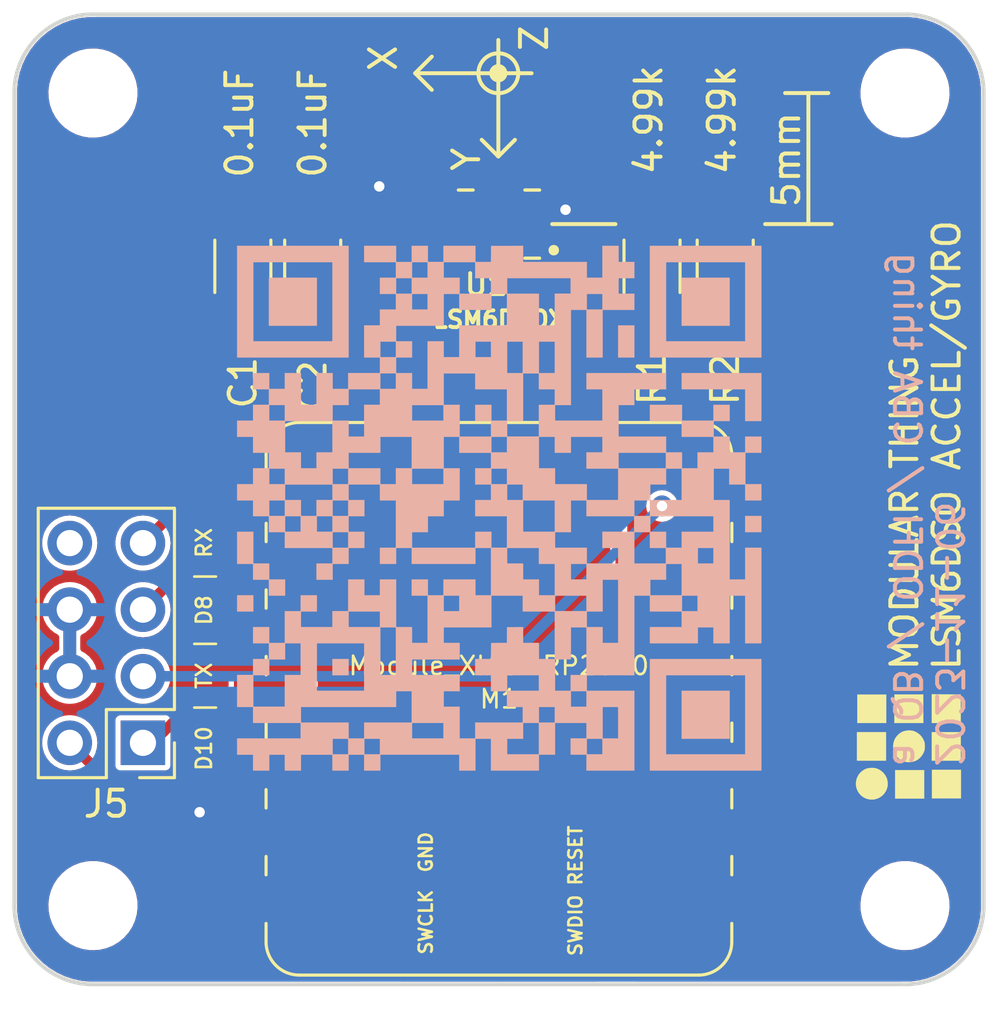
<source format=kicad_pcb>
(kicad_pcb (version 20221018) (generator pcbnew)
  (layers (0 "F.Cu" signal) (31 "B.Cu" signal) (34 "B.Paste" user) (35 "F.Paste" user) (36 "B.SilkS" user "B.Silkscreen") (37 "F.SilkS" user "F.Silkscreen") (38 "B.Mask" user) (39 "F.Mask" user) (44 "Edge.Cuts" user))
  (net 0 "")
  (net 1 "PWR_GND")
  (net 2 "B_P3")
  (net 3 "B_P2")
  (net 11 "PWR_5V")
  (net 12 "PWR_3V3")
  (net 15 "B_TX")
  (net 16 "B_RX")
  (net 18 "CS")
  (net 19 "SDA")
  (net 20 "SCL")
  (footprint "fab:Mounting_NEMA17" (layer "F.Cu") (at 139.7 63.5)
    (fp_text reference "REF**" hide)
    (fp_text value "Mounting_NEMA17" hide)
    (pad "" np_thru_hole circle locked (at -15.5 -15.5) (size 3.2 3.2) (drill 3.2) (layers "F&B.Cu" "*.Mask"))
    (pad "" np_thru_hole circle locked (at -15.5 15.5) (size 3.2 3.2) (drill 3.2) (layers "F&B.Cu" "*.Mask"))
    (pad "" np_thru_hole circle locked (at 15.5 -15.5) (size 3.2 3.2) (drill 3.2) (layers "F&B.Cu" "*.Mask"))
    (pad "" np_thru_hole circle locked (at 15.5 15.5) (size 3.2 3.2) (drill 3.2) (layers "F&B.Cu" "*.Mask"))
  )
  (footprint "fab:SeeedStudio_XIAO_RP2040_SMD" (layer "F.Cu") (at 139.7 71.12 180)
    (fp_text reference "M1" (at 0 0 unlocked) (layer "F.SilkS") (effects (font (size 0.7 0.7) (thickness 0.1))))
    (fp_text value "Module_XIAO-RP2040" (at 0.005 1.27 unlocked) (layer "F.SilkS") (effects (font (size 0.7 0.7) (thickness 0.1))))
    (fp_text user "SWCLK" (at 2.794 -8.509 90 unlocked) (layer "F.SilkS") (effects (font (size 0.5 0.5) (thickness 0.1) bold)))
    (fp_text user "GND" (at 2.794 -5.842 90 unlocked) (layer "F.SilkS") (effects (font (size 0.5 0.5) (thickness 0.1) bold)))
    (fp_text user "SWDIO" (at -2.921 -8.636 90 unlocked) (layer "F.SilkS") (effects (font (size 0.5 0.5) (thickness 0.1) bold)))
    (fp_text user "RESET" (at -2.921 -5.969 90 unlocked) (layer "F.SilkS") (effects (font (size 0.5 0.5) (thickness 0.1) bold)))
    (fp_line (start -8.89 -0.9144) (end -8.89 -1.6156) (stroke (width 0.12)) (layer "F.SilkS"))
    (fp_line (start -8.89 1.6256) (end -8.89 0.9244) (stroke (width 0.12)) (layer "F.SilkS"))
    (fp_line (start -8.89 4.1656) (end -8.89 3.4644) (stroke (width 0.12)) (layer "F.SilkS"))
    (fp_line (start -8.89 6.7056) (end -8.89 6.0044) (stroke (width 0.12)) (layer "F.SilkS"))
    (fp_line (start -8.89 9.281) (end -8.89 8.5798) (stroke (width 0.12)) (layer "F.SilkS"))
    (fp_line (start -8.8875 -8.5598) (end -8.8875 -9.261) (stroke (width 0.12)) (layer "F.SilkS"))
    (fp_line (start -8.8875 -6.7056) (end -8.8875 -6.0044) (stroke (width 0.12)) (layer "F.SilkS"))
    (fp_line (start -8.8875 -3.4544) (end -8.8875 -4.1556) (stroke (width 0.12)) (layer "F.SilkS"))
    (fp_line (start -7.6175 -10.531) (end 7.6225 -10.531) (stroke (width 0.12)) (layer "F.SilkS"))
    (fp_line (start 7.6225 10.551) (end -7.6175 10.551) (stroke (width 0.12)) (layer "F.SilkS"))
    (fp_line (start 8.89 -0.9144) (end 8.89 -1.6156) (stroke (width 0.12)) (layer "F.SilkS"))
    (fp_line (start 8.89 1.6256) (end 8.89 0.9244) (stroke (width 0.12)) (layer "F.SilkS"))
    (fp_line (start 8.89 4.1656) (end 8.89 3.4644) (stroke (width 0.12)) (layer "F.SilkS"))
    (fp_line (start 8.89 6.7056) (end 8.89 6.0044) (stroke (width 0.12)) (layer "F.SilkS"))
    (fp_line (start 8.89 9.281) (end 8.89 8.5798) (stroke (width 0.12)) (layer "F.SilkS"))
    (fp_line (start 8.8925 -8.5598) (end 8.8925 -9.261) (stroke (width 0.12)) (layer "F.SilkS"))
    (fp_line (start 8.8925 -6.7056) (end 8.8925 -6.0044) (stroke (width 0.12)) (layer "F.SilkS"))
    (fp_line (start 8.8925 -3.4544) (end 8.8925 -4.1556) (stroke (width 0.12)) (layer "F.SilkS"))
    (fp_arc (start -8.8875 -9.261) (mid -8.515526 -10.159026) (end -7.6175 -10.531) (stroke (width 0.12)) (layer "F.SilkS"))
    (fp_arc (start -7.6175 10.551) (mid -8.515526 10.179026) (end -8.8875 9.281) (stroke (width 0.12)) (layer "F.SilkS"))
    (fp_arc (start 7.6225 -10.531) (mid 8.520526 -10.159026) (end 8.8925 -9.261) (stroke (width 0.12)) (layer "F.SilkS"))
    (fp_arc (start 8.8925 9.281) (mid 8.520526 10.179026) (end 7.6225 10.551) (stroke (width 0.12)) (layer "F.SilkS"))
    (pad "1" smd rect (at -7.615 -7.62 180) (size 3 1.6) (drill (offset -1 0)) (layers "F.Cu" "F.Paste" "F.Mask"))
    (pad "2" smd rect (at -7.615 -5.08 180) (size 3 1.6) (drill (offset -1 0)) (layers "F.Cu" "F.Paste" "F.Mask"))
    (pad "3" smd rect (at -7.615 -2.54 180) (size 3 1.6) (drill (offset -1 0)) (layers "F.Cu" "F.Paste" "F.Mask"))
    (pad "4" smd rect (at -7.615 0 180) (size 3 1.6) (drill (offset -1 0)) (layers "F.Cu" "F.Paste" "F.Mask") (net 18 "CS"))
    (pad "5" smd rect (at -7.615 2.54 180) (size 3 1.6) (drill (offset -1 0)) (layers "F.Cu" "F.Paste" "F.Mask") (net 19 "SDA"))
    (pad "6" smd rect (at -7.615 5.08 180) (size 3 1.6) (drill (offset -1 0)) (layers "F.Cu" "F.Paste" "F.Mask") (net 20 "SCL"))
    (pad "7" smd rect (at -7.615 7.62 180) (size 3 1.6) (drill (offset -1 0)) (layers "F.Cu" "F.Paste" "F.Mask") (net 15 "B_TX"))
    (pad "8" smd rect (at 7.62 7.62 180) (size 3 1.6) (drill (offset 1 0)) (layers "F.Cu" "F.Paste" "F.Mask") (net 16 "B_RX"))
    (pad "9" smd rect (at 7.62 5.08 180) (size 3 1.6) (drill (offset 1 0)) (layers "F.Cu" "F.Paste" "F.Mask") (net 3 "B_P2"))
    (pad "10" smd rect (at 7.62 2.54 180) (size 3 1.6) (drill (offset 1 0)) (layers "F.Cu" "F.Paste" "F.Mask"))
    (pad "11" smd rect (at 7.62 0 180) (size 3 1.6) (drill (offset 1 0)) (layers "F.Cu" "F.Paste" "F.Mask") (net 2 "B_P3"))
    (pad "12" smd rect (at 7.62 -2.54 180) (size 3 1.6) (drill (offset 1 0)) (layers "F.Cu" "F.Paste" "F.Mask") (net 12 "PWR_3V3"))
    (pad "13" smd rect (at 7.62 -5.08 180) (size 3 1.6) (drill (offset 1 0)) (layers "F.Cu" "F.Paste" "F.Mask") (net 1 "PWR_GND"))
    (pad "14" smd rect (at 7.62 -7.62 180) (size 3 1.6) (drill (offset 1 0)) (layers "F.Cu" "F.Paste" "F.Mask") (net 11 "PWR_5V"))
    (pad "15" smd rect (at 1.275 8.89 90) (size 2.4 1.2) (layers "F.Cu" "F.Paste" "F.Mask"))
    (pad "16" smd rect (at -1.265 8.89 90) (size 2.4 1.2) (layers "F.Cu" "F.Paste" "F.Mask"))
    (pad "17" smd circle (at -1.27 -8.5 180) (size 1.2 1.2) (layers "F.Cu" "F.Paste" "F.Mask"))
    (pad "18" smd circle (at -1.27 -5.96 180) (size 1.2 1.2) (layers "F.Cu" "F.Paste" "F.Mask"))
    (pad "19" smd circle (at 1.27 -5.96 180) (size 1.2 1.2) (layers "F.Cu" "F.Paste" "F.Mask"))
    (pad "20" smd circle (at 1.27 -8.5 180) (size 1.2 1.2) (layers "F.Cu" "F.Paste" "F.Mask"))
    (zone (net 0) (net_name "") (layers "F.Cu" "F.Paste" "F.Mask" "User.1") (name "USB_MECHA") (connect_pads (clearance 0)) (min_thickness 0.25)
      (keepout (tracks not_allowed) (vias not_allowed) (pads not_allowed) (copperpour not_allowed) (footprints not_allowed))
      (fill (thermal_gap 0.5) (thermal_bridge_width 0.5))
      (polygon (pts (xy 135.9 77.62) (xy 134.5 77.62) (xy 134.5 75.42) (xy 135.9 75.42)))
    )
    (zone (net 0) (net_name "") (layers "F.Cu" "F.Paste" "F.Mask" "User.1") (name "USB_MECHA") (connect_pads (clearance 0)) (min_thickness 0.25)
      (keepout (tracks not_allowed) (vias not_allowed) (pads not_allowed) (copperpour not_allowed) (footprints not_allowed))
      (fill (thermal_gap 0.5) (thermal_bridge_width 0.5))
      (polygon (pts (xy 135.9 81.67) (xy 134.5 81.67) (xy 134.5 79.62) (xy 135.9 79.62)))
    )
    (zone (net 0) (net_name "") (layers "F.Cu" "F.Paste" "F.Mask" "User.1") (name "USB_MECHA") (connect_pads (clearance 0)) (min_thickness 0.25)
      (keepout (tracks not_allowed) (vias not_allowed) (pads not_allowed) (copperpour not_allowed) (footprints not_allowed))
      (fill (thermal_gap 0.5) (thermal_bridge_width 0.5))
      (polygon (pts (xy 144.9 77.62) (xy 143.5 77.62) (xy 143.5 75.42) (xy 144.9 75.42)))
    )
    (zone (net 0) (net_name "") (layers "F.Cu" "F.Paste" "F.Mask" "User.1") (name "USB_MECHA") (connect_pads (clearance 0)) (min_thickness 0.25)
      (keepout (tracks not_allowed) (vias not_allowed) (pads not_allowed) (copperpour not_allowed) (footprints not_allowed))
      (fill (thermal_gap 0.5) (thermal_bridge_width 0.5))
      (polygon (pts (xy 144.9 81.67) (xy 143.5 81.67) (xy 143.5 79.62) (xy 144.9 79.62)))
    )
  )
  (footprint "fab:R_1206" (layer "F.Cu") (at 145.542 54.61 -90)
    (fp_text reference "R1" (at 4.318 0 90) (layer "F.SilkS"))
    (fp_text value "4.99k" (at -5.588 0.127 90) (layer "F.SilkS"))
    (fp_line (start -1 -1.07) (end 1 -1.07) (stroke (width 0.12)) (layer "F.SilkS"))
    (fp_line (start 1 1.07) (end -1 1.07) (stroke (width 0.12)) (layer "F.SilkS"))
    (pad "1" smd rect (at -2 0 270) (size 2 1.7) (layers "F.Cu" "F.Paste" "F.Mask") (net 12 "PWR_3V3"))
    (pad "2" smd rect (at 2 0 270) (size 2 1.7) (layers "F.Cu" "F.Paste" "F.Mask") (net 20 "SCL"))
  )
  (footprint "fab:PinHeader_2x04_P2.54mm_Vertical_pinch" (layer "F.Cu") (at 125.98 72.79 180)
    (fp_text reference "J5" (at 1.27 -2.33) (layer "F.SilkS"))
    (fp_text value "Conn_02x04_Odd_Even" hide)
    (fp_line (start -1.33 -1.33) (end 0 -1.33) (stroke (width 0.12)) (layer "F.SilkS"))
    (fp_line (start -1.33 0) (end -1.33 -1.33) (stroke (width 0.12)) (layer "F.SilkS"))
    (fp_line (start -1.33 1.27) (end -1.33 8.95) (stroke (width 0.12)) (layer "F.SilkS"))
    (fp_line (start -1.33 1.27) (end 1.27 1.27) (stroke (width 0.12)) (layer "F.SilkS"))
    (fp_line (start -1.33 8.95) (end 3.87 8.95) (stroke (width 0.12)) (layer "F.SilkS"))
    (fp_line (start 1.27 -1.33) (end 3.87 -1.33) (stroke (width 0.12)) (layer "F.SilkS"))
    (fp_line (start 1.27 1.27) (end 1.27 -1.33) (stroke (width 0.12)) (layer "F.SilkS"))
    (fp_line (start 3.87 -1.33) (end 3.87 8.95) (stroke (width 0.12)) (layer "F.SilkS"))
    (pad "1" thru_hole rect (at -0.127 0 180) (size 1.7 1.7) (drill 1) (layers "*.Cu" "*.Mask") (net 2 "B_P3"))
    (pad "2" thru_hole oval (at 2.667 0 180) (size 1.7 1.7) (drill 1) (layers "*.Cu" "*.Mask") (net 11 "PWR_5V"))
    (pad "3" thru_hole oval (at -0.127 2.54 180) (size 1.7 1.7) (drill 1) (layers "*.Cu" "*.Mask") (net 15 "B_TX"))
    (pad "4" thru_hole oval (at 2.667 2.54 180) (size 1.7 1.7) (drill 1) (layers "*.Cu" "*.Mask") (net 1 "PWR_GND"))
    (pad "5" thru_hole oval (at -0.127 5.08 180) (size 1.7 1.7) (drill 1) (layers "*.Cu" "*.Mask") (net 3 "B_P2"))
    (pad "6" thru_hole oval (at 2.667 5.08 180) (size 1.7 1.7) (drill 1) (layers "*.Cu" "*.Mask") (net 1 "PWR_GND"))
    (pad "7" thru_hole oval (at -0.127 7.62 180) (size 1.7 1.7) (drill 1) (layers "*.Cu" "*.Mask") (net 16 "B_RX"))
    (pad "8" thru_hole oval (at 2.667 7.62 180) (size 1.7 1.7) (drill 1) (layers "*.Cu" "*.Mask"))
  )
  (footprint "fab:C_1206" (layer "F.Cu") (at 132.588 54.61 90)
    (fp_text reference "C2" (at -4.572 0 90) (layer "F.SilkS"))
    (fp_text value "0.1uF" (at 5.461 0 90) (layer "F.SilkS"))
    (fp_line (start -1 -1.07) (end 1 -1.07) (stroke (width 0.12)) (layer "F.SilkS"))
    (fp_line (start 1 1.07) (end -1 1.07) (stroke (width 0.12)) (layer "F.SilkS"))
    (pad "1" smd rect (at -2 0 90) (size 2 1.7) (layers "F.Cu" "F.Paste" "F.Mask") (net 12 "PWR_3V3"))
    (pad "2" smd rect (at 2 0 90) (size 2 1.7) (layers "F.Cu" "F.Paste" "F.Mask") (net 1 "PWR_GND"))
  )
  (footprint "fab:R_1206" (layer "F.Cu") (at 148.336 54.61 -90)
    (fp_text reference "R2" (at 4.318 0 90) (layer "F.SilkS"))
    (fp_text value "4.99k" (at -5.588 0.127 90) (layer "F.SilkS"))
    (fp_line (start -1 -1.07) (end 1 -1.07) (stroke (width 0.12)) (layer "F.SilkS"))
    (fp_line (start 1 1.07) (end -1 1.07) (stroke (width 0.12)) (layer "F.SilkS"))
    (pad "1" smd rect (at -2 0 270) (size 2 1.7) (layers "F.Cu" "F.Paste" "F.Mask") (net 12 "PWR_3V3"))
    (pad "2" smd rect (at 2 0 270) (size 2 1.7) (layers "F.Cu" "F.Paste" "F.Mask") (net 19 "SDA"))
  )
  (footprint "fab:C_1206" (layer "F.Cu") (at 129.921 54.61 90)
    (fp_text reference "C1" (at -4.445 0 90) (layer "F.SilkS"))
    (fp_text value "0.1uF" (at 5.461 -0.127 90) (layer "F.SilkS"))
    (fp_line (start -1 -1.07) (end 1 -1.07) (stroke (width 0.12)) (layer "F.SilkS"))
    (fp_line (start 1 1.07) (end -1 1.07) (stroke (width 0.12)) (layer "F.SilkS"))
    (pad "1" smd rect (at -2 0 90) (size 2 1.7) (layers "F.Cu" "F.Paste" "F.Mask") (net 12 "PWR_3V3"))
    (pad "2" smd rect (at 2 0 90) (size 2 1.7) (layers "F.Cu" "F.Paste" "F.Mask") (net 1 "PWR_GND"))
  )
  (footprint "fab:cba_logo" (layer "F.Cu") (at 155.2448 72.7964 90)
    (fp_text reference "Ref**" hide)
    (fp_text value "Val**" hide)
    (fp_poly (pts (xy -1.035539 0.683846) (xy -2.119923 0.683846) (xy -2.119923 -0.420077) (xy -1.035539 -0.420077) (xy -1.035539 0.683846)) (stroke (width 0.01)) (fill solid) (layer "F.SilkS"))
    (fp_poly (pts (xy -1.02577 2.090615) (xy -2.110154 2.090615) (xy -2.110154 0.986692) (xy -1.02577 0.986692) (xy -1.02577 2.090615)) (stroke (width 0.01)) (fill solid) (layer "F.SilkS"))
    (fp_poly (pts (xy 0.410307 -0.77177) (xy -0.674077 -0.77177) (xy -0.674077 -1.875693) (xy 0.410307 -1.875693) (xy 0.410307 -0.77177)) (stroke (width 0.01)) (fill solid) (layer "F.SilkS"))
    (fp_poly (pts (xy 0.410307 2.080846) (xy -0.674077 2.080846) (xy -0.674077 0.976923) (xy 0.410307 0.976923) (xy 0.410307 2.080846)) (stroke (width 0.01)) (fill solid) (layer "F.SilkS"))
    (fp_poly (pts (xy 1.846384 -0.762) (xy 0.762 -0.762) (xy 0.762 -1.865923) (xy 1.846384 -1.865923) (xy 1.846384 -0.762)) (stroke (width 0.01)) (fill solid) (layer "F.SilkS"))
    (fp_poly (pts (xy 1.306634 -0.447025) (xy 1.851269 -0.4445) (xy 1.851269 0.649654) (xy 1.306634 0.652178) (xy 0.762 0.654702) (xy 0.762 -0.449549) (xy 1.306634 -0.447025)) (stroke (width 0.01)) (fill solid) (layer "F.SilkS"))
    (fp_poly (pts (xy 1.853793 1.526442) (xy 1.851269 2.075961) (xy 1.306634 2.078486) (xy 0.762 2.08101) (xy 0.762 0.976923) (xy 1.856316 0.976923) (xy 1.853793 1.526442)) (stroke (width 0.01)) (fill solid) (layer "F.SilkS"))
    (fp_poly (pts (xy -0.027594 -0.488456) (xy 0.077413 -0.461512) (xy 0.144669 -0.433755) (xy 0.20451 -0.398305) (xy 0.266002 -0.350078) (xy 0.324369 -0.293761) (xy 0.374838 -0.234044) (xy 0.412635 -0.175615) (xy 0.417742 -0.165561) (xy 0.451366 -0.077559) (xy 0.4721 0.01787) (xy 0.47931 0.115021) (xy 0.472361 0.20819) (xy 0.463891 0.249505) (xy 0.428741 0.349184) (xy 0.376966 0.441105) (xy 0.31063 0.523203) (xy 0.231801 0.593412) (xy 0.142544 0.649666) (xy 0.044923 0.6899) (xy 0.015043 0.698353) (xy -0.035395 0.706964) (xy -0.097099 0.711312) (xy -0.16232 0.711367) (xy -0.223309 0.707101) (xy -0.268654 0.699425) (xy -0.359662 0.667708) (xy -0.447212 0.619718) (xy -0.527704 0.55836) (xy -0.597539 0.486537) (xy -0.653117 0.407155) (xy -0.669595 0.375932) (xy -0.707633 0.275842) (xy -0.727671 0.173482) (xy -0.73034 0.071011) (xy -0.716273 -0.029412) (xy -0.686101 -0.125627) (xy -0.640457 -0.215473) (xy -0.579972 -0.296793) (xy -0.505278 -0.367425) (xy -0.438752 -0.413009) (xy -0.341622 -0.4592) (xy -0.239276 -0.487223) (xy -0.133878 -0.497) (xy -0.027594 -0.488456)) (stroke (width 0.01)) (fill solid) (layer "F.SilkS"))
    (fp_poly (pts (xy -1.443678 -1.907812) (xy -1.340482 -1.880233) (xy -1.245195 -1.835411) (xy -1.159291 -1.774131) (xy -1.084246 -1.697181) (xy -1.047616 -1.647692) (xy -1.006623 -1.578729) (xy -0.97832 -1.511231) (xy -0.961095 -1.439539) (xy -0.953336 -1.357995) (xy -0.9525 -1.313962) (xy -0.953208 -1.257758) (xy -0.955849 -1.214841) (xy -0.961205 -1.178991) (xy -0.970055 -1.143992) (xy -0.976334 -1.123953) (xy -1.016905 -1.030516) (xy -1.073892 -0.944372) (xy -1.144792 -0.867928) (xy -1.227101 -0.803593) (xy -1.318317 -0.753778) (xy -1.387231 -0.728508) (xy -1.426509 -0.719984) (xy -1.477194 -0.713168) (xy -1.532184 -0.7086) (xy -1.58438 -0.70682) (xy -1.62668 -0.708368) (xy -1.636346 -0.709557) (xy -1.74056 -0.73508) (xy -1.83672 -0.777211) (xy -1.923254 -0.834238) (xy -1.99859 -0.904448) (xy -2.061155 -0.986127) (xy -2.109377 -1.077564) (xy -2.141683 -1.177044) (xy -2.156093 -1.275716) (xy -2.153584 -1.382159) (xy -2.133399 -1.483428) (xy -2.097033 -1.577929) (xy -2.045984 -1.664069) (xy -1.981749 -1.740255) (xy -1.905824 -1.804893) (xy -1.819706 -1.85639) (xy -1.724891 -1.893153) (xy -1.622877 -1.913588) (xy -1.553308 -1.917361) (xy -1.443678 -1.907812)) (stroke (width 0.01)) (fill solid) (layer "F.SilkS"))
  )
  (footprint "LSM6DSOX:PQFN50P250X300X86-14N" (layer "F.Cu") (at 139.7 53 180)
    (fp_text reference "U1" (at 0.49 -2.308) (layer "F.SilkS") (effects (font (size 0.8 0.8))))
    (fp_text value "LSM6DSOX" (at 0 -3.642) (layer "F.SilkS") (effects (font (size 0.64 0.64))))
    (fp_line (start -1.55 1.3) (end -0.99 1.3) (stroke (width 0.127)) (layer "F.SilkS"))
    (fp_line (start -0.99 -1.3) (end -1.55 -1.3) (stroke (width 0.127)) (layer "F.SilkS"))
    (fp_line (start 0.99 -1.3) (end 1.55 -1.3) (stroke (width 0.127)) (layer "F.SilkS"))
    (fp_line (start 0.99 1.3) (end 1.55 1.3) (stroke (width 0.127)) (layer "F.SilkS"))
    (fp_circle (center -2.09 -0.995) (end -1.99 -0.995) (stroke (width 0.2)) (fill none) (layer "F.SilkS"))
    (pad "1" smd rect (at -1.16 -0.75 180) (size 0.61 0.35) (layers "F.Cu" "F.Paste"))
    (pad "2" smd rect (at -1.16 -0.25 180) (size 0.61 0.35) (layers "F.Cu" "F.Paste") (net 1 "PWR_GND"))
    (pad "3" smd rect (at -1.16 0.25 180) (size 0.61 0.35) (layers "F.Cu" "F.Paste") (net 1 "PWR_GND"))
    (pad "4" smd rect (at -1.16 0.75 180) (size 0.61 0.35) (layers "F.Cu" "F.Paste"))
    (pad "5" smd rect (at -0.5 0.91 270) (size 0.61 0.35) (layers "F.Cu" "F.Paste") (net 12 "PWR_3V3"))
    (pad "6" smd rect (at 0 0.91 270) (size 0.61 0.35) (layers "F.Cu" "F.Paste") (net 1 "PWR_GND"))
    (pad "7" smd rect (at 0.5 0.91 270) (size 0.61 0.35) (layers "F.Cu" "F.Paste") (net 1 "PWR_GND"))
    (pad "8" smd rect (at 1.16 0.75) (size 0.61 0.35) (layers "F.Cu" "F.Paste") (net 12 "PWR_3V3"))
    (pad "9" smd rect (at 1.16 0.25) (size 0.61 0.35) (layers "F.Cu" "F.Paste"))
    (pad "10" smd rect (at 1.16 -0.25) (size 0.61 0.35) (layers "F.Cu" "F.Paste"))
    (pad "11" smd rect (at 1.16 -0.75) (size 0.61 0.35) (layers "F.Cu" "F.Paste"))
    (pad "12" smd rect (at 0.5 -0.91 90) (size 0.61 0.35) (layers "F.Cu" "F.Paste") (net 18 "CS"))
    (pad "13" smd rect (at 0 -0.91 90) (size 0.61 0.35) (layers "F.Cu" "F.Paste") (net 20 "SCL"))
    (pad "14" smd rect (at -0.5 -0.91 90) (size 0.61 0.35) (layers "F.Cu" "F.Paste") (net 19 "SDA"))
  )
  (footprint "fab:qr_programmer" (layer "B.Cu") (at 139.7 63.5 180)
    (fp_text reference "Ref**" hide)
    (fp_text value "Val**" hide)
    (fp_poly (pts (xy -9.398 -1.250461) (xy -10.013462 -1.250461) (xy -10.013462 -0.635) (xy -9.398 -0.635) (xy -9.398 -1.250461)) (stroke (width 0.01)) (fill solid) (layer "B.SilkS"))
    (fp_poly (pts (xy -6.975231 -9.134231) (xy -8.802077 -9.134231) (xy -8.802077 -7.307384) (xy -6.975231 -7.307384) (xy -6.975231 -9.134231)) (stroke (width 0.01)) (fill solid) (layer "B.SilkS"))
    (fp_poly (pts (xy -6.975231 6.623539) (xy -8.802077 6.623539) (xy -8.802077 8.450385) (xy -6.975231 8.450385) (xy -6.975231 6.623539)) (stroke (width 0.01)) (fill solid) (layer "B.SilkS"))
    (fp_poly (pts (xy -4.552462 5.412154) (xy -5.167923 5.412154) (xy -5.167923 6.633308) (xy -4.552462 6.633308) (xy -4.552462 5.412154)) (stroke (width 0.01)) (fill solid) (layer "B.SilkS"))
    (fp_poly (pts (xy 6.359769 -6.711461) (xy 5.744307 -6.711461) (xy 5.744307 -6.096) (xy 6.359769 -6.096) (xy 6.359769 -6.711461)) (stroke (width 0.01)) (fill solid) (layer "B.SilkS"))
    (fp_poly (pts (xy 8.782538 6.623539) (xy 6.955692 6.623539) (xy 6.955692 8.450385) (xy 8.782538 8.450385) (xy 8.782538 6.623539)) (stroke (width 0.01)) (fill solid) (layer "B.SilkS"))
    (fp_poly (pts (xy 9.993923 -4.278923) (xy 9.378461 -4.278923) (xy 9.378461 -3.663461) (xy 9.993923 -3.663461) (xy 9.993923 -4.278923)) (stroke (width 0.01)) (fill solid) (layer "B.SilkS"))
    (fp_poly (pts (xy -6.975231 4.200769) (xy -9.398 4.200769) (xy -9.398 2.989385) (xy -10.013462 2.989385) (xy -10.013462 4.816231) (xy -6.975231 4.816231) (xy -6.975231 4.200769)) (stroke (width 0.01)) (fill solid) (layer "B.SilkS"))
    (fp_poly (pts (xy -5.763846 -10.345615) (xy -10.013462 -10.345615) (xy -10.013462 -6.711461) (xy -9.398 -6.711461) (xy -9.398 -9.730154) (xy -6.379308 -9.730154) (xy -6.379308 -6.711461) (xy -9.398 -6.711461) (xy -10.013462 -6.711461) (xy -10.013462 -6.096) (xy -5.763846 -6.096) (xy -5.763846 -10.345615)) (stroke (width 0.01)) (fill solid) (layer "B.SilkS"))
    (fp_poly (pts (xy -5.763846 5.412154) (xy -10.013462 5.412154) (xy -10.013462 9.046308) (xy -9.398 9.046308) (xy -9.398 6.027616) (xy -6.379308 6.027616) (xy -6.379308 9.046308) (xy -9.398 9.046308) (xy -10.013462 9.046308) (xy -10.013462 9.671539) (xy -5.763846 9.671539) (xy -5.763846 5.412154)) (stroke (width 0.01)) (fill solid) (layer "B.SilkS"))
    (fp_poly (pts (xy 9.993923 5.412154) (xy 5.744307 5.412154) (xy 5.744307 9.046308) (xy 6.359769 9.046308) (xy 6.359769 6.027616) (xy 9.378461 6.027616) (xy 9.378461 9.046308) (xy 6.359769 9.046308) (xy 5.744307 9.046308) (xy 5.744307 9.671539) (xy 9.993923 9.671539) (xy 9.993923 5.412154)) (stroke (width 0.01)) (fill solid) (layer "B.SilkS"))
    (fp_poly (pts (xy 9.993923 -2.461846) (xy 9.388231 -2.461846) (xy 9.388231 -3.067538) (xy 8.782538 -3.067538) (xy 8.782538 -3.673231) (xy 8.167077 -3.673231) (xy 8.167077 -3.057769) (xy 8.772769 -3.057769) (xy 8.772769 -2.452077) (xy 9.378461 -2.452077) (xy 9.378461 -1.240692) (xy 9.993923 -1.240692) (xy 9.993923 -2.461846)) (stroke (width 0.01)) (fill solid) (layer "B.SilkS"))
    (fp_poly (pts (xy -0.310173 9.66917) (xy 0.297961 9.666654) (xy 0.300543 9.361366) (xy 0.303124 9.056077) (xy 0.898769 9.056077) (xy 0.898769 9.671539) (xy 2.119923 9.671539) (xy 2.119923 9.056077) (xy 2.715846 9.056077) (xy 2.715846 9.671539) (xy 3.331307 9.671539) (xy 3.331307 9.056077) (xy 3.927231 9.056077) (xy 3.927231 9.671539) (xy 5.148384 9.671539) (xy 5.148384 9.046308) (xy 3.937 9.046308) (xy 3.937 8.450385) (xy 4.542692 8.450385) (xy 4.542692 7.834923) (xy 3.937 7.834923) (xy 3.937 7.239) (xy 4.542692 7.239) (xy 4.542692 6.633308) (xy 5.148384 6.633308) (xy 5.148384 5.412154) (xy 4.542692 5.412154) (xy 4.542692 4.816231) (xy 5.754077 4.816231) (xy 5.754077 4.210539) (xy 6.35 4.210539) (xy 6.35 4.816231) (xy 6.965461 4.816231) (xy 6.965461 3.604846) (xy 7.561384 3.604846) (xy 7.561384 4.816231) (xy 8.176846 4.816231) (xy 8.176846 4.210539) (xy 8.772769 4.210539) (xy 8.772769 4.816231) (xy 9.388231 4.816231) (xy 9.388231 4.200769) (xy 8.782538 4.200769) (xy 8.782538 3.604846) (xy 9.388231 3.604846) (xy 9.388231 2.999154) (xy 9.993923 2.999154) (xy 9.993923 2.383693) (xy 9.388231 2.383693) (xy 9.388231 1.778) (xy 8.782538 1.778) (xy 8.782538 1.182077) (xy 9.388231 1.182077) (xy 9.388231 0.576385) (xy 9.993923 0.576385) (xy 9.993923 -0.039077) (xy 9.388231 -0.039077) (xy 9.388231 -0.644769) (xy 8.782538 -0.644769) (xy 8.782538 -1.250461) (xy 8.176846 -1.250461) (xy 8.176846 -1.856154) (xy 6.359769 -1.856154) (xy 6.359769 -2.452077) (xy 6.965461 -2.452077) (xy 6.965461 -3.067538) (xy 6.35 -3.067538) (xy 6.35 -2.461846) (xy 5.744307 -2.461846) (xy 5.744307 -1.856154) (xy 5.138615 -1.856154) (xy 5.138615 -1.250461) (xy 5.754077 -1.250461) (xy 5.754077 -1.846384) (xy 6.35 -1.846384) (xy 6.35 -1.250461) (xy 5.754077 -1.250461) (xy 5.138615 -1.250461) (xy 5.138615 -1.240692) (xy 5.744307 -1.240692) (xy 5.744307 -0.644769) (xy 6.359769 -0.644769) (xy 6.359769 -1.240692) (xy 6.955692 -1.240692) (xy 6.955692 -0.644769) (xy 7.571154 -0.644769) (xy 7.571154 -1.240692) (xy 8.167077 -1.240692) (xy 8.167077 -0.644769) (xy 7.571154 -0.644769) (xy 6.955692 -0.644769) (xy 6.359769 -0.644769) (xy 5.744307 -0.644769) (xy 5.138615 -0.644769) (xy 5.138615 -0.039077) (xy 5.754077 -0.039077) (xy 5.754077 -0.635) (xy 6.35 -0.635) (xy 6.35 -0.039077) (xy 5.754077 -0.039077) (xy 5.138615 -0.039077) (xy 5.138615 -0.029307) (xy 5.744307 -0.029307) (xy 5.744307 0.566616) (xy 6.359769 0.566616) (xy 6.359769 -0.029307) (xy 6.965461 -0.029307) (xy 6.965461 -0.635) (xy 7.561384 -0.635) (xy 7.561384 -0.039077) (xy 8.176846 -0.039077) (xy 8.176846 -0.635) (xy 8.772769 -0.635) (xy 8.772769 -0.039077) (xy 8.176846 -0.039077) (xy 7.561384 -0.039077) (xy 7.561384 -0.029307) (xy 8.167077 -0.029307) (xy 8.167077 0.566616) (xy 6.359769 0.566616) (xy 5.744307 0.566616) (xy 4.542692 0.566616) (xy 4.542692 -0.039077) (xy 3.937 -0.039077) (xy 3.937 -1.846384) (xy 4.542692 -1.846384) (xy 4.542692 -2.461846) (xy 3.927231 -2.461846) (xy 3.927231 -1.856154) (xy 3.331307 -1.856154) (xy 3.331307 -2.461846) (xy 0.898769 -2.461846) (xy 0.898769 -1.856154) (xy 0.302846 -1.856154) (xy 0.302846 -3.663461) (xy 0.898769 -3.663461) (xy 0.898769 -3.057769) (xy 2.119923 -3.057769) (xy 2.119923 -3.663461) (xy 2.715846 -3.663461) (xy 2.715846 -3.057769) (xy 3.331307 -3.057769) (xy 3.331307 -3.673231) (xy 2.725615 -3.673231) (xy 2.725615 -5.480538) (xy 3.321538 -5.480538) (xy 3.321538 -4.884615) (xy 3.937 -4.884615) (xy 3.937 -6.701692) (xy 4.532923 -6.701692) (xy 4.532923 -5.490307) (xy 5.148384 -5.490307) (xy 5.148384 -7.307384) (xy 6.955692 -7.307384) (xy 6.955692 -5.490307) (xy 7.571154 -5.490307) (xy 7.571154 -6.701692) (xy 8.176846 -6.701692) (xy 8.176846 -7.913077) (xy 9.378461 -7.913077) (xy 9.378461 -6.711461) (xy 8.772769 -6.711461) (xy 8.772769 -6.105769) (xy 8.167077 -6.105769) (xy 8.167077 -5.490307) (xy 7.571154 -5.490307) (xy 6.955692 -5.490307) (xy 5.148384 -5.490307) (xy 4.532923 -5.490307) (xy 4.532923 -4.884615) (xy 3.937 -4.884615) (xy 3.321538 -4.884615) (xy 3.321538 -4.874846) (xy 3.927231 -4.874846) (xy 3.927231 -4.278923) (xy 4.542692 -4.278923) (xy 4.542692 -4.874846) (xy 5.744307 -4.874846) (xy 5.744307 -4.278923) (xy 4.542692 -4.278923) (xy 3.927231 -4.278923) (xy 3.927231 -3.057769) (xy 4.542692 -3.057769) (xy 4.542692 -3.663461) (xy 5.138615 -3.663461) (xy 5.138615 -3.057769) (xy 5.754077 -3.057769) (xy 5.754077 -4.269154) (xy 6.359769 -4.269154) (xy 6.359769 -4.874846) (xy 7.561384 -4.874846) (xy 7.561384 -4.278923) (xy 6.955692 -4.278923) (xy 6.955692 -3.663461) (xy 7.571154 -3.663461) (xy 7.571154 -4.269154) (xy 8.176846 -4.269154) (xy 8.176846 -5.480538) (xy 8.772769 -5.480538) (xy 8.772769 -4.874846) (xy 9.388231 -4.874846) (xy 9.388231 -5.490307) (xy 8.782538 -5.490307) (xy 8.782538 -6.096) (xy 9.388231 -6.096) (xy 9.388231 -6.701692) (xy 9.993923 -6.701692) (xy 9.993923 -7.922846) (xy 9.388231 -7.922846) (xy 9.388231 -8.528538) (xy 7.571154 -8.528538) (xy 7.571154 -9.124461) (xy 9.993923 -9.124461) (xy 9.993923 -9.739923) (xy 9.388231 -9.739923) (xy 9.388231 -10.345615) (xy 8.772769 -10.345615) (xy 8.772769 -9.739923) (xy 8.176846 -9.739923) (xy 8.176846 -10.345615) (xy 7.561384 -10.345615) (xy 7.561384 -9.739923) (xy 6.359769 -9.739923) (xy 6.359769 -10.345615) (xy 5.744307 -10.345615) (xy 5.744307 -9.739923) (xy 5.148384 -9.739923) (xy 5.148384 -10.345615) (xy 4.532923 -10.345615) (xy 4.532923 -9.739923) (xy 1.514231 -9.739923) (xy 1.514231 -10.345615) (xy 0.898769 -10.345615) (xy 0.898769 -9.134231) (xy 4.542692 -9.134231) (xy 4.542692 -9.730154) (xy 5.138615 -9.730154) (xy 5.138615 -9.134231) (xy 5.754077 -9.134231) (xy 5.754077 -9.730154) (xy 6.35 -9.730154) (xy 6.35 -9.134231) (xy 5.754077 -9.134231) (xy 5.138615 -9.134231) (xy 4.542692 -9.134231) (xy 0.898769 -9.134231) (xy 0.302846 -9.134231) (xy 0.302846 -10.345615) (xy -1.524 -10.345615) (xy -1.524 -9.739923) (xy -2.139462 -9.739923) (xy -2.139462 -8.528538) (xy -1.524 -8.528538) (xy -1.524 -9.730154) (xy -0.312616 -9.730154) (xy -0.312616 -9.134231) (xy -0.918308 -9.134231) (xy -0.918308 -8.528538) (xy -1.524 -8.528538) (xy -2.139462 -8.528538) (xy -3.341077 -8.528538) (xy -3.341077 -9.124461) (xy -2.735385 -9.124461) (xy -2.735385 -9.739923) (xy -3.341077 -9.739923) (xy -3.341077 -10.345615) (xy -5.167923 -10.345615) (xy -5.167923 -9.134231) (xy -3.946769 -9.134231) (xy -3.946769 -9.730154) (xy -3.350846 -9.730154) (xy -3.350846 -9.134231) (xy -3.946769 -9.134231) (xy -5.167923 -9.134231) (xy -5.167923 -7.922846) (xy -4.552462 -7.922846) (xy -4.552462 -9.124461) (xy -3.956539 -9.124461) (xy -3.956539 -7.922846) (xy -2.129693 -7.922846) (xy -2.129693 -8.518769) (xy -1.524 -8.518769) (xy -1.524 -7.922846) (xy -2.129693 -7.922846) (xy -3.956539 -7.922846) (xy -4.552462 -7.922846) (xy -5.167923 -7.922846) (xy -5.167923 -7.317154) (xy -3.341077 -7.317154) (xy -3.341077 -7.913077) (xy -2.745154 -7.913077) (xy -2.745154 -7.317154) (xy -3.341077 -7.317154) (xy -5.167923 -7.317154) (xy -5.167923 -7.307384) (xy -3.350846 -7.307384) (xy -3.350846 -6.711461) (xy -5.167923 -6.711461) (xy -5.167923 -3.673231) (xy -5.763846 -3.673231) (xy -5.763846 -4.278923) (xy -6.975231 -4.278923) (xy -6.975231 -4.874846) (xy -5.763846 -4.874846) (xy -5.763846 -5.490307) (xy -7.590693 -5.490307) (xy -7.590693 -4.884615) (xy -8.186616 -4.884615) (xy -8.186616 -5.490307) (xy -8.802077 -5.490307) (xy -8.802077 -3.673231) (xy -7.580923 -3.673231) (xy -7.580923 -4.269154) (xy -6.985 -4.269154) (xy -6.985 -3.673231) (xy -7.580923 -3.673231) (xy -8.802077 -3.673231) (xy -9.398 -3.673231) (xy -9.398 -5.490307) (xy -10.013462 -5.490307) (xy -10.013462 -1.846384) (xy -9.398 -1.846384) (xy -9.398 -3.057769) (xy -8.802077 -3.057769) (xy -8.802077 -2.461846) (xy -6.975231 -2.461846) (xy -6.975231 -3.663461) (xy -5.773616 -3.663461) (xy -5.773616 -3.067538) (xy -4.552462 -3.067538) (xy -4.552462 -5.480538) (xy -3.956539 -5.480538) (xy -3.956539 -4.884615) (xy -3.341077 -4.884615) (xy -3.341077 -6.701692) (xy -2.735385 -6.701692) (xy -2.735385 -7.307384) (xy -2.139462 -7.307384) (xy -2.139462 -6.711461) (xy -1.524 -6.711461) (xy -1.524 -7.307384) (xy -0.312616 -7.307384) (xy -0.312616 -6.711461) (xy -1.524 -6.711461) (xy -2.139462 -6.711461) (xy -2.139462 -6.106051) (xy -2.439866 -6.103468) (xy -2.740269 -6.100884) (xy -2.742786 -5.49275) (xy -2.745302 -4.884615) (xy -3.341077 -4.884615) (xy -3.956539 -4.884615) (xy -3.956539 -4.874846) (xy -3.350846 -4.874846) (xy -3.350846 -4.278923) (xy -2.129693 -4.278923) (xy -2.129693 -6.096) (xy -1.524 -6.096) (xy -1.524 -5.480538) (xy -0.918308 -5.480538) (xy -0.918308 -4.874568) (xy -0.613019 -4.877149) (xy -0.307731 -4.879731) (xy -0.305148 -5.179993) (xy -0.302564 -5.480256) (xy -0.002302 -5.48284) (xy 0.297961 -5.485423) (xy 0.300543 -5.790711) (xy 0.303124 -6.096) (xy 0.908538 -6.096) (xy 0.908538 -6.711461) (xy 0.302846 -6.711461) (xy 0.302846 -7.317154) (xy -0.302846 -7.317154) (xy -0.302846 -7.922846) (xy -0.908539 -7.922846) (xy -0.908539 -8.518769) (xy 0.908538 -8.518769) (xy 0.908538 -9.124461) (xy 1.504461 -9.124461) (xy 1.504461 -8.528538) (xy 2.119923 -8.528538) (xy 2.119923 -9.124461) (xy 3.321538 -9.124461) (xy 3.321538 -8.528538) (xy 2.119923 -8.528538) (xy 1.504461 -8.528538) (xy 1.504461 -7.913077) (xy 2.110154 -7.913077) (xy 2.110154 -7.317154) (xy 3.331307 -7.317154) (xy 3.331307 -8.518769) (xy 5.148384 -8.518769) (xy 5.148384 -9.124461) (xy 5.744307 -9.124461) (xy 5.744307 -8.518769) (xy 7.561384 -8.518769) (xy 7.561384 -7.922846) (xy 3.927231 -7.922846) (xy 3.927231 -7.317154) (xy 3.331307 -7.317154) (xy 2.110154 -7.317154) (xy 1.504461 -7.317154) (xy 1.504461 -6.701692) (xy 3.321538 -6.701692) (xy 3.321538 -6.105769) (xy 1.504461 -6.105769) (xy 1.504461 -5.480538) (xy 2.110154 -5.480538) (xy 2.110154 -4.884615) (xy 0.293077 -4.884615) (xy 0.293077 -3.673231) (xy 1.514231 -3.673231) (xy 1.514231 -4.269154) (xy 2.110154 -4.269154) (xy 2.110154 -3.673231) (xy 1.514231 -3.673231) (xy 0.293077 -3.673231) (xy -0.908539 -3.673231) (xy -0.908539 -4.278923) (xy -2.129693 -4.278923) (xy -3.350846 -4.278923) (xy -3.956539 -4.278923) (xy -3.956539 -3.673231) (xy -3.341077 -3.673231) (xy -3.341077 -4.269154) (xy -2.139462 -4.269154) (xy -2.139462 -3.673231) (xy -3.341077 -3.673231) (xy -3.956539 -3.673231) (xy -3.956539 -3.067538) (xy -4.552462 -3.067538) (xy -5.773616 -3.067538) (xy -6.379308 -3.067538) (xy -6.379308 -2.461846) (xy -3.341077 -2.461846) (xy -3.341077 -3.057769) (xy -2.745154 -3.057769) (xy -2.745154 -2.461846) (xy -2.129693 -2.461846) (xy -2.129693 -3.663461) (xy -1.524 -3.663461) (xy -1.524 -3.057769) (xy -0.918308 -3.057769) (xy -0.918308 -2.452077) (xy -0.312616 -2.452077) (xy -0.312616 -1.856154) (xy -1.524 -1.856154) (xy -1.524 -2.461846) (xy -2.129693 -2.461846) (xy -2.745154 -2.461846) (xy -3.341077 -2.461846) (xy -6.379308 -2.461846) (xy -6.975231 -2.461846) (xy -8.802077 -2.461846) (xy -8.802077 -1.856154) (xy -8.186616 -1.856154) (xy -8.186616 -2.452077) (xy -7.590693 -2.452077) (xy -7.590693 -1.856154) (xy -6.369539 -1.856154) (xy -6.369539 -2.452077) (xy -5.167923 -2.452077) (xy -5.167923 -1.250461) (xy -5.763846 -1.250461) (xy -5.763846 -1.856154) (xy -6.369539 -1.856154) (xy -7.590693 -1.856154) (xy -8.186616 -1.856154) (xy -8.802077 -1.856154) (xy -8.802077 -0.644769) (xy -8.186616 -0.644769) (xy -8.186616 -1.240692) (xy -6.975231 -1.240692) (xy -6.975231 -1.846384) (xy -6.379308 -1.846384) (xy -6.379308 -1.240692) (xy -5.773616 -1.240692) (xy -5.773616 -0.644769) (xy -5.158154 -0.644769) (xy -5.158154 -1.240692) (xy -3.946769 -1.240692) (xy -3.946769 -1.856154) (xy -4.552462 -1.856154) (xy -4.552462 -2.452077) (xy -3.350846 -2.452077) (xy -3.350846 -1.846384) (xy -2.139462 -1.846384) (xy -2.139462 -1.250461) (xy -2.745154 -1.250461) (xy -2.745154 -0.039077) (xy -2.129693 -0.039077) (xy -2.129693 -1.240692) (xy -0.918308 -1.240692) (xy -0.918308 -0.644769) (xy -0.302846 -0.644769) (xy -0.302846 -1.846384) (xy 0.293077 -1.846384) (xy 0.293077 -1.240692) (xy 0.908538 -1.240692) (xy 0.908538 -1.846384) (xy 3.321538 -1.846384) (xy 3.321538 -1.250461) (xy 2.715846 -1.250461) (xy 2.715846 -0.644769) (xy 2.110154 -0.644769) (xy 2.110154 -0.039077) (xy 1.504461 -0.039077) (xy 1.504461 1.172308) (xy 2.119923 1.172308) (xy 2.119923 0.576385) (xy 3.321538 0.576385) (xy 3.321538 1.172308) (xy 2.119923 1.172308) (xy 1.504461 1.172308) (xy 1.504461 1.182077) (xy 2.110154 1.182077) (xy 2.110154 2.383693) (xy 3.331307 2.383693) (xy 3.331307 1.182077) (xy 3.937 1.182077) (xy 3.937 0.576385) (xy 4.532923 0.576385) (xy 4.532923 1.172308) (xy 5.754077 1.172308) (xy 5.754077 0.576385) (xy 6.35 0.576385) (xy 6.35 1.172308) (xy 8.176846 1.172308) (xy 8.176846 0.576385) (xy 8.772769 0.576385) (xy 8.772769 1.172308) (xy 8.176846 1.172308) (xy 6.35 1.172308) (xy 5.754077 1.172308) (xy 4.532923 1.172308) (xy 4.532923 1.182077) (xy 5.744307 1.182077) (xy 5.744307 1.778) (xy 4.532923 1.778) (xy 4.532923 2.383693) (xy 3.331307 2.383693) (xy 2.110154 2.383693) (xy 1.514231 2.383693) (xy 1.514231 1.778) (xy 0.302846 1.778) (xy 0.302846 1.182077) (xy 0.908538 1.182077) (xy 0.908538 0.566616) (xy 0.302846 0.566616) (xy 0.302846 -0.029307) (xy 0.908538 -0.029307) (xy 0.908538 -0.644769) (xy -0.302846 -0.644769) (xy -0.918308 -0.644769) (xy -0.918308 -0.039077) (xy -2.129693 -0.039077) (xy -2.745154 -0.039077) (xy -3.341077 -0.039077) (xy -3.341077 -0.644769) (xy -5.158154 -0.644769) (xy -5.773616 -0.644769) (xy -8.186616 -0.644769) (xy -8.802077 -0.644769) (xy -8.802077 -0.039077) (xy -5.763846 -0.039077) (xy -5.763846 -0.635) (xy -5.167923 -0.635) (xy -5.167923 -0.039077) (xy -5.763846 -0.039077) (xy -8.802077 -0.039077) (xy -8.802077 -0.029307) (xy -8.196385 -0.029307) (xy -8.196385 1.172308) (xy -6.975231 1.172308) (xy -6.975231 -0.029307) (xy -5.773616 -0.029307) (xy -5.773616 0.566616) (xy -6.379308 0.566616) (xy -6.379308 1.172308) (xy -4.552462 1.172308) (xy -4.552462 -0.029307) (xy -3.350846 -0.029307) (xy -3.350846 0.566616) (xy -0.908539 0.566616) (xy -0.908539 -0.029307) (xy -0.312616 -0.029307) (xy -0.312616 0.566616) (xy -0.908539 0.566616) (xy -3.350846 0.566616) (xy -3.350846 0.576385) (xy -2.139462 0.576385) (xy -2.139462 1.172308) (xy -0.302846 1.172308) (xy -0.302846 0.576385) (xy 0.293077 0.576385) (xy 0.293077 1.172308) (xy -0.302846 1.172308) (xy -2.139462 1.172308) (xy -2.139462 1.182077) (xy -1.524 1.182077) (xy -1.524 2.383693) (xy -0.302846 2.383693) (xy -0.302846 1.787769) (xy 0.293077 1.787769) (xy 0.293077 2.383693) (xy -0.302846 2.383693) (xy -1.524 2.383693) (xy -2.129693 2.383693) (xy -2.129693 1.778) (xy -2.745154 1.778) (xy -2.745154 2.383693) (xy -3.946769 2.383693) (xy -3.946769 1.787769) (xy -3.341077 1.787769) (xy -3.341077 1.172308) (xy -4.552462 1.172308) (xy -6.379308 1.172308) (xy -6.975231 1.172308) (xy -8.196385 1.172308) (xy -8.792308 1.172308) (xy -8.792308 0.566616) (xy -9.398 0.566616) (xy -9.398 -0.039077) (xy -10.013462 -0.039077) (xy -10.013462 0.576385) (xy -9.407769 0.576385) (xy -9.407769 1.778) (xy -10.013462 1.778) (xy -10.013462 2.393462) (xy -9.398 2.393462) (xy -9.398 1.787769) (xy -8.802077 1.787769) (xy -8.802077 2.393462) (xy -8.196385 2.393462) (xy -8.196385 2.989385) (xy -8.802077 2.989385) (xy -8.802077 3.604846) (xy -8.186616 3.604846) (xy -8.186616 2.999154) (xy -6.985 2.999154) (xy -6.985 3.604846) (xy -5.763846 3.604846) (xy -5.763846 2.989385) (xy -6.975231 2.989385) (xy -6.975231 2.383693) (xy -8.186616 2.383693) (xy -8.186616 1.787769) (xy -7.580923 1.787769) (xy -7.580923 1.182077) (xy -6.985 1.182077) (xy -6.985 1.778) (xy -6.369539 1.778) (xy -6.369539 1.182077) (xy -4.562231 1.182077) (xy -4.562231 1.778) (xy -6.369539 1.778) (xy -6.985 1.778) (xy -6.985 1.787769) (xy -6.379308 1.787769) (xy -6.379308 2.393462) (xy -4.562231 2.393462) (xy -4.562231 3.595077) (xy -5.167923 3.595077) (xy -5.167923 4.200769) (xy -6.379308 4.200769) (xy -6.379308 4.816231) (xy -3.341077 4.816231) (xy -3.341077 4.200769) (xy -3.946769 4.200769) (xy -3.946769 2.999154) (xy -2.139462 2.999154) (xy -2.139462 3.595077) (xy -2.745154 3.595077) (xy -2.745154 4.200769) (xy -2.129693 4.200769) (xy -2.129693 3.604846) (xy -1.524 3.604846) (xy -1.524 2.393462) (xy -0.312616 2.393462) (xy -0.312616 2.989385) (xy -0.918308 2.989385) (xy -0.918308 4.200769) (xy -0.302846 4.200769) (xy -0.302846 2.999154) (xy 0.293077 2.999154) (xy 0.293077 3.604846) (xy 0.908538 3.604846) (xy 0.908538 2.989385) (xy 0.302846 2.989385) (xy 0.302846 2.393462) (xy 1.504461 2.393462) (xy 1.504461 3.595077) (xy 2.119923 3.595077) (xy 2.119923 2.999154) (xy 3.321538 2.999154) (xy 3.321538 3.595077) (xy 2.119923 3.595077) (xy 1.504461 3.595077) (xy 1.504461 3.604846) (xy 2.110154 3.604846) (xy 2.110154 4.200769) (xy 4.542692 4.200769) (xy 4.542692 3.604846) (xy 5.148384 3.604846) (xy 5.148384 2.393462) (xy 5.744307 2.393462) (xy 5.744307 2.989385) (xy 6.359769 2.989385) (xy 6.359769 1.787769) (xy 6.965461 1.787769) (xy 6.965461 1.182077) (xy 7.561384 1.182077) (xy 7.561384 1.787769) (xy 8.167077 1.787769) (xy 8.167077 2.989385) (xy 6.359769 2.989385) (xy 5.744307 2.989385) (xy 5.744307 2.999154) (xy 6.35 2.999154) (xy 6.35 3.595077) (xy 8.176846 3.595077) (xy 8.176846 2.999154) (xy 8.772769 2.999154) (xy 8.772769 3.595077) (xy 8.176846 3.595077) (xy 6.35 3.595077) (xy 5.744307 3.595077) (xy 5.744307 4.200769) (xy 4.542692 4.200769) (xy 2.110154 4.200769) (xy 2.110154 4.806462) (xy 0.908538 4.806462) (xy 0.908538 4.200769) (xy -0.302846 4.200769) (xy -0.918308 4.200769) (xy -0.918308 4.806462) (xy -1.524 4.806462) (xy -1.524 4.200769) (xy -2.129693 4.200769) (xy -2.745154 4.200769) (xy -2.745154 6.017846) (xy -2.129693 6.017846) (xy -2.129693 4.816231) (xy -1.524 4.816231) (xy -1.524 6.017846) (xy -0.908539 6.017846) (xy -0.908539 4.816231) (xy -0.312616 4.816231) (xy -0.312616 6.017846) (xy 0.302846 6.017846) (xy 0.302846 5.421923) (xy 0.898769 5.421923) (xy 0.898769 6.017846) (xy 0.302846 6.017846) (xy -0.312616 6.017846) (xy -0.908539 6.017846) (xy -1.524 6.017846) (xy -2.129693 6.017846) (xy -2.745154 6.017846) (xy -2.745154 7.229231) (xy -3.341077 7.229231) (xy -3.341077 5.412154) (xy -3.956539 5.412154) (xy -3.956539 7.229231) (xy -5.167923 7.229231) (xy -5.167923 7.834923) (xy -3.946769 7.834923) (xy -3.946769 7.239) (xy -3.350846 7.239) (xy -3.350846 7.834923) (xy -3.946769 7.834923) (xy -5.167923 7.834923) (xy -5.167923 7.844693) (xy -4.562231 7.844693) (xy -4.562231 8.440616) (xy -2.735385 8.440616) (xy -2.735385 7.844693) (xy -2.129693 7.844693) (xy -2.129693 6.633308) (xy -1.524 6.633308) (xy -1.524 7.834923) (xy -0.302846 7.834923) (xy -0.302846 6.633308) (xy 1.514231 6.633308) (xy 1.514231 5.421923) (xy 2.110154 5.421923) (xy 2.110154 6.027616) (xy 2.725615 6.027616) (xy 2.725615 4.210539) (xy 3.321538 4.210539) (xy 3.321538 4.806462) (xy 3.937 4.806462) (xy 3.937 4.210539) (xy 4.532923 4.210539) (xy 4.532923 4.806462) (xy 3.937 4.806462) (xy 3.321538 4.806462) (xy 3.321538 4.816231) (xy 3.927231 4.816231) (xy 3.927231 5.412154) (xy 3.321538 5.412154) (xy 3.321538 6.017846) (xy 3.937 6.017846) (xy 3.937 5.421923) (xy 4.532923 5.421923) (xy 4.532923 6.017846) (xy 3.937 6.017846) (xy 3.321538 6.017846) (xy 3.321538 6.027616) (xy 3.927231 6.027616) (xy 3.927231 6.623539) (xy 2.110154 6.623539) (xy 2.110154 7.834923) (xy 2.725615 7.834923) (xy 2.725615 7.239) (xy 3.321538 7.239) (xy 3.321538 7.834923) (xy 2.725615 7.834923) (xy 2.110154 7.834923) (xy 1.514231 7.834923) (xy 1.514231 7.229231) (xy 0.293077 7.229231) (xy 0.293077 7.834923) (xy -0.302846 7.834923) (xy -1.524 7.834923) (xy -1.524 7.844693) (xy -0.312616 7.844693) (xy -0.312616 8.440616) (xy 0.302846 8.440616) (xy 0.302846 7.844693) (xy 1.504461 7.844693) (xy 1.504461 8.440616) (xy 3.331307 8.440616) (xy 3.331307 7.844693) (xy 3.927231 7.844693) (xy 3.927231 8.440616) (xy 3.331307 8.440616) (xy 1.504461 8.440616) (xy 1.504461 8.450385) (xy 2.110154 8.450385) (xy 2.110154 9.046308) (xy 2.725615 9.046308) (xy 2.725615 8.450385) (xy 3.321538 8.450385) (xy 3.321538 9.046308) (xy 2.725615 9.046308) (xy 2.110154 9.046308) (xy 0.908538 9.046308) (xy 0.908538 8.440616) (xy 0.302846 8.440616) (xy -0.312616 8.440616) (xy -2.735385 8.440616) (xy -4.562231 8.440616) (xy -5.167923 8.440616) (xy -5.167923 9.056077) (xy -4.562231 9.056077) (xy -4.562231 9.671539) (xy -3.946769 9.671539) (xy -3.946769 8.450385) (xy -3.350846 8.450385) (xy -3.350846 9.056077) (xy -0.918308 9.056077) (xy -0.918308 9.671687) (xy -0.310173 9.66917)) (stroke (width 0.01)) (fill solid) (layer "B.SilkS"))
  )
  (gr_line (start 152.4 53) (end 149.86 53) (stroke (width 0.15)) (layer "F.SilkS"))
  (gr_line (start 152.273 48) (end 150.622 48) (stroke (width 0.15)) (layer "F.SilkS"))
  (gr_line (start 139.6746 45.974) (end 139.6746 50.419) (stroke (width 0.15)) (layer "F.SilkS"))
  (gr_line (start 139.6746 50.419) (end 140.3096 49.784) (stroke (width 0.15)) (layer "F.SilkS"))
  (gr_line (start 151.511 48) (end 151.511 53) (stroke (width 0.15)) (layer "F.SilkS"))
  (gr_line (start 139.6746 50.419) (end 139.0396 49.784) (stroke (width 0.15)) (layer "F.SilkS"))
  (gr_circle (center 139.6746 47.244) (end 139.944606 47.244) (stroke (width 0.15)) (fill solid) (layer "F.SilkS"))
  (gr_circle (center 139.6746 47.244) (end 140.4366 47.244) (stroke (width 0.15)) (fill none) (layer "F.SilkS"))
  (gr_line (start 141.732 53) (end 144.145 53) (stroke (width 0.15)) (layer "F.SilkS"))
  (gr_line (start 136.4996 47.244) (end 137.1346 46.609) (stroke (width 0.15)) (layer "F.SilkS"))
  (gr_line (start 140.9446 47.244) (end 136.4996 47.244) (stroke (width 0.15)) (layer "F.SilkS"))
  (gr_line (start 136.4996 47.244) (end 137.1346 47.879) (stroke (width 0.15)) (layer "F.SilkS"))
  (gr_line (start 155.329999 45) (end 139.7 45) (stroke (width 0.15)) (layer "Edge.Cuts"))
  (gr_line (start 121.2 63.5) (end 121.2 78.869999) (stroke (width 0.15)) (layer "Edge.Cuts"))
  (gr_line (start 139.7 45) (end 124.330001 45) (stroke (width 0.15)) (layer "Edge.Cuts"))
  (gr_arc (start 121.2 47.870001) (mid 122.170603 45.786756) (end 124.330001 45) (stroke (width 0.15)) (layer "Edge.Cuts"))
  (gr_line (start 158.2 63.5) (end 158.2 48.130001) (stroke (width 0.15)) (layer "Edge.Cuts"))
  (gr_line (start 124.070001 82) (end 139.7 82) (stroke (width 0.15)) (layer "Edge.Cuts"))
  (gr_line (start 158.2 79.129999) (end 158.2 63.5) (stroke (width 0.15)) (layer "Edge.Cuts"))
  (gr_arc (start 124.070001 82) (mid 121.986756 81.029396) (end 121.2 78.869999) (stroke (width 0.15)) (layer "Edge.Cuts"))
  (gr_line (start 121.2 47.870001) (end 121.2 63.5) (stroke (width 0.15)) (layer "Edge.Cuts"))
  (gr_arc (start 155.329999 45) (mid 157.413244 45.970604) (end 158.2 48.130001) (stroke (width 0.15)) (layer "Edge.Cuts"))
  (gr_arc (start 158.2 79.129999) (mid 157.229396 81.213244) (end 155.069999 82) (stroke (width 0.15)) (layer "Edge.Cuts"))
  (gr_line (start 139.7 82) (end 155.069999 82) (stroke (width 0.15)) (layer "Edge.Cuts"))
  (gr_text "2023-11-06\na QB / ODFI / CBA thing" (at 154.686 73.787 270) (layer "B.SilkS") (effects (font (size 1 1)) (justify left bottom mirror)))
  (gr_text "MODULAR THING\nLSM6DSO ACCEL/GYRO" (at 157.3784 70.104 90) (layer "F.SilkS") (effects (font (size 1 1)) (justify left bottom)))
  (gr_text "Z" (at 141.6304 46.482 90) (layer "F.SilkS") (effects (font (size 1 1)) (justify left bottom)))
  (gr_text "Y" (at 139.0396 51.054 90) (layer "F.SilkS") (effects (font (size 1 1)) (justify left bottom)))
  (gr_text "X" (at 135.8646 47.244 90) (layer "F.SilkS") (effects (font (size 1 1)) (justify left bottom)))
  (gr_text "5mm" (at 151.257 52.451 90) (layer "F.SilkS") (effects (font (size 1 1)) (justify left bottom)))
  (gr_text "D10 | TX | D8 | RX" (at 128.778 73.914 90) (layer "F.SilkS") (effects (font (size 0.58 0.58) (thickness 0.1)) (justify left bottom)))
  (segment (start 139.7 52.578) (end 139.872 52.75) (width 0.25) (layer "F.Cu") (net 1))
  (segment (start 129.032 76.2) (end 128.27 75.438) (width 0.4) (layer "F.Cu") (net 1))
  (segment (start 135.636 52.07) (end 135.128 51.562) (width 0.4) (layer "F.Cu") (net 1))
  (segment (start 138.799 51.689) (end 137.16 51.689) (width 0.25) (layer "F.Cu") (net 1))
  (segment (start 135.636 52.61) (end 135.636 52.07) (width 0.4) (layer "F.Cu") (net 1))
  (segment (start 132.08 76.2) (end 129.032 76.2) (width 0.4) (layer "F.Cu") (net 1))
  (segment (start 135.636 52.61) (end 136.557 51.689) (width 0.4) (layer "F.Cu") (net 1))
  (segment (start 140.86 53.25) (end 141.441 53.25) (width 0.25) (layer "F.Cu") (net 1))
  (segment (start 139.872 52.75) (end 140.86 52.75) (width 0.25) (layer "F.Cu") (net 1))
  (segment (start 139.2 52.09) (end 138.799 51.689) (width 0.25) (layer "F.Cu") (net 1))
  (segment (start 132.588 52.61) (end 135.636 52.61) (width 0.4) (layer "F.Cu") (net 1))
  (segment (start 139.7 52.09) (end 139.2 52.09) (width 0.25) (layer "F.Cu") (net 1))
  (segment (start 136.557 51.689) (end 137.16 51.689) (width 0.4) (layer "F.Cu") (net 1))
  (segment (start 129.921 52.61) (end 132.588 52.61) (width 0.4) (layer "F.Cu") (net 1))
  (segment (start 141.441 53.25) (end 142.24 52.451) (width 0.25) (layer "F.Cu") (net 1))
  (segment (start 140.86 52.75) (end 140.86 53.25) (width 0.25) (layer "F.Cu") (net 1))
  (segment (start 123.313 70.25) (end 123.313 67.71) (width 0.4) (layer "F.Cu") (net 1))
  (segment (start 139.7 52.09) (end 139.7 52.578) (width 0.25) (layer "F.Cu") (net 1))
  (via (at 128.27 75.438) (size 0.8) (drill 0.4) (layers "F.Cu" "B.Cu") (net 1))
  (via (at 135.128 51.562) (size 0.8) (drill 0.4) (layers "F.Cu" "B.Cu") (net 1))
  (via (at 142.24 52.451) (size 0.8) (drill 0.4) (layers "F.Cu" "B.Cu") (net 1))
  (segment (start 126.473 72.79) (end 126.107 72.79) (width 0.4) (layer "F.Cu") (net 2))
  (segment (start 128.143 71.12) (end 126.473 72.79) (width 0.4) (layer "F.Cu") (net 2))
  (segment (start 132.08 71.12) (end 128.143 71.12) (width 0.4) (layer "F.Cu") (net 2))
  (segment (start 127.777 66.04) (end 132.08 66.04) (width 0.4) (layer "F.Cu") (net 3))
  (segment (start 126.107 67.71) (end 127.777 66.04) (width 0.4) (layer "F.Cu") (net 3))
  (segment (start 123.313 72.79) (end 129.263 78.74) (width 0.4) (layer "F.Cu") (net 11))
  (segment (start 129.263 78.74) (end 132.08 78.74) (width 0.4) (layer "F.Cu") (net 11))
  (segment (start 147.061 63.754) (end 145.923 63.754) (width 0.4) (layer "F.Cu") (net 15))
  (segment (start 147.315 63.5) (end 147.061 63.754) (width 0.4) (layer "F.Cu") (net 15))
  (via (at 145.923 63.754) (size 0.8) (drill 0.4) (layers "F.Cu" "B.Cu") (net 15))
  (segment (start 126.107 70.25) (end 139.427 70.25) (width 0.4) (layer "B.Cu") (net 15))
  (segment (start 139.427 70.25) (end 145.923 63.754) (width 0.4) (layer "B.Cu") (net 15))
  (segment (start 127.777 63.5) (end 132.08 63.5) (width 0.4) (layer "F.Cu") (net 16))
  (segment (start 126.107 65.17) (end 127.777 63.5) (width 0.4) (layer "F.Cu") (net 16))
  (segment (start 139.2 53.91) (end 139.2 54.81569) (width 0.25) (layer "F.Cu") (net 18))
  (segment (start 147.315 71.115) (end 147.315 71.12) (width 0.25) (layer "F.Cu") (net 18))
  (segment (start 144.272 68.072) (end 147.315 71.115) (width 0.25) (layer "F.Cu") (net 18))
  (segment (start 139.2 54.81569) (end 144.272 59.88769) (width 0.25) (layer "F.Cu") (net 18))
  (segment (start 144.272 59.88769) (end 144.272 68.072) (width 0.25) (layer "F.Cu") (net 18))
  (segment (start 140.843 54.991) (end 146.717 54.991) (width 0.25) (layer "F.Cu") (net 19))
  (segment (start 150.944501 61.155501) (end 150.944501 67.368499) (width 0.25) (layer "F.Cu") (net 19))
  (segment (start 146.717 54.991) (end 148.336 56.61) (width 0.25) (layer "F.Cu") (net 19))
  (segment (start 148.336 56.61) (end 148.336 58.547) (width 0.25) (layer "F.Cu") (net 19))
  (segment (start 148.336 58.547) (end 150.944501 61.155501) (width 0.25) (layer "F.Cu") (net 19))
  (segment (start 140.2 54.348) (end 140.843 54.991) (width 0.25) (layer "F.Cu") (net 19))
  (segment (start 149.733 68.58) (end 147.315 68.58) (width 0.25) (layer "F.Cu") (net 19))
  (segment (start 150.944501 67.368499) (end 149.733 68.58) (width 0.25) (layer "F.Cu") (net 19))
  (segment (start 140.2 53.91) (end 140.2 54.348) (width 0.25) (layer "F.Cu") (net 19))
  (segment (start 140.646 55.626) (end 144.558 55.626) (width 0.25) (layer "F.Cu") (net 20))
  (segment (start 139.7 53.91) (end 139.7 54.68) (width 0.25) (layer "F.Cu") (net 20))
  (segment (start 145.542 56.61) (end 145.542 56.642) (width 0.25) (layer "F.Cu") (net 20))
  (segment (start 139.7 54.68) (end 140.646 55.626) (width 0.25) (layer "F.Cu") (net 20))
  (segment (start 145.542 56.642) (end 150.368 61.468) (width 0.25) (layer "F.Cu") (net 20))
  (segment (start 144.558 55.626) (end 145.542 56.61) (width 0.25) (layer "F.Cu") (net 20))
  (segment (start 150.368 64.397) (end 148.725 66.04) (width 0.25) (layer "F.Cu") (net 20))
  (segment (start 148.725 66.04) (end 147.315 66.04) (width 0.25) (layer "F.Cu") (net 20))
  (segment (start 150.368 61.468) (end 150.368 64.397) (width 0.25) (layer "F.Cu") (net 20))
  (zone (net 12) (net_name "PWR_3V3") (layer "F.Cu") (connect_pads (clearance 0.15)) (min_thickness 0.25) (fill yes (thermal_gap 0.5) (thermal_bridge_width 0.5))
    (polygon (pts (xy 120.65 44.45) (xy 158.75 44.45) (xy 158.75 82.55) (xy 120.65 82.55)))
  )
  (zone (net 1) (net_name "PWR_GND") (layer "B.Cu") (connect_pads (clearance 0.15)) (min_thickness 0.25) (fill yes (thermal_gap 0.5) (thermal_bridge_width 0.5))
    (polygon (pts (xy 120.65 44.45) (xy 158.75 44.45) (xy 158.75 82.55) (xy 120.65 82.55)))
  )
)
</source>
